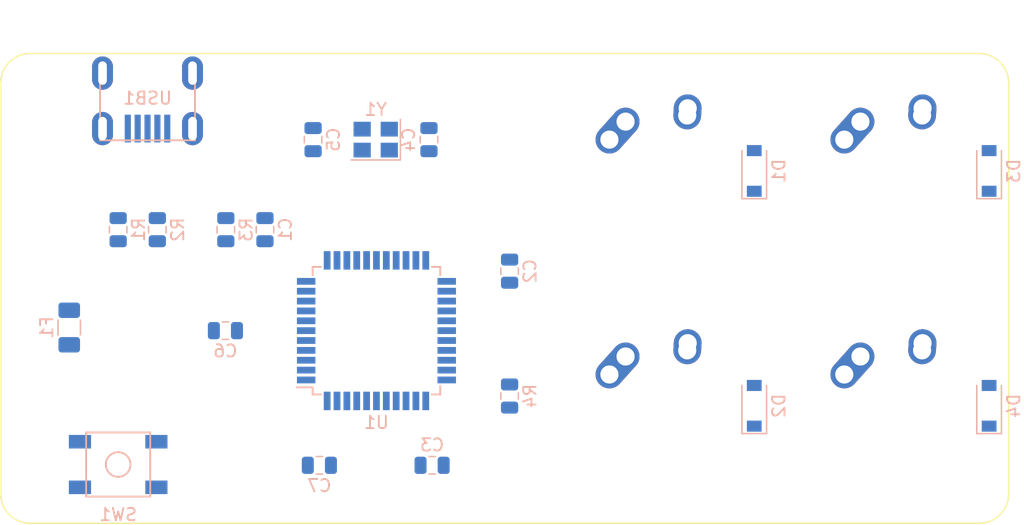
<source format=kicad_pcb>
(kicad_pcb (version 20171130) (host pcbnew "(5.1.4)-1")

  (general
    (thickness 1.6)
    (drawings 8)
    (tracks 0)
    (zones 0)
    (modules 24)
    (nets 49)
  )

  (page A4)
  (layers
    (0 F.Cu signal)
    (31 B.Cu signal)
    (32 B.Adhes user)
    (33 F.Adhes user)
    (34 B.Paste user)
    (35 F.Paste user)
    (36 B.SilkS user)
    (37 F.SilkS user)
    (38 B.Mask user)
    (39 F.Mask user)
    (40 Dwgs.User user)
    (41 Cmts.User user)
    (42 Eco1.User user)
    (43 Eco2.User user)
    (44 Edge.Cuts user)
    (45 Margin user)
    (46 B.CrtYd user)
    (47 F.CrtYd user)
    (48 B.Fab user)
    (49 F.Fab user)
  )

  (setup
    (last_trace_width 0.25)
    (trace_clearance 0.2)
    (zone_clearance 0.508)
    (zone_45_only no)
    (trace_min 0.2)
    (via_size 0.8)
    (via_drill 0.4)
    (via_min_size 0.4)
    (via_min_drill 0.3)
    (uvia_size 0.3)
    (uvia_drill 0.1)
    (uvias_allowed no)
    (uvia_min_size 0.2)
    (uvia_min_drill 0.1)
    (edge_width 0.05)
    (segment_width 0.2)
    (pcb_text_width 0.3)
    (pcb_text_size 1.5 1.5)
    (mod_edge_width 0.12)
    (mod_text_size 1 1)
    (mod_text_width 0.15)
    (pad_size 1.524 1.524)
    (pad_drill 0.762)
    (pad_to_mask_clearance 0.051)
    (solder_mask_min_width 0.25)
    (aux_axis_origin 0 0)
    (visible_elements FFFFFF7F)
    (pcbplotparams
      (layerselection 0x010fc_ffffffff)
      (usegerberextensions false)
      (usegerberattributes false)
      (usegerberadvancedattributes false)
      (creategerberjobfile false)
      (excludeedgelayer true)
      (linewidth 0.100000)
      (plotframeref false)
      (viasonmask false)
      (mode 1)
      (useauxorigin false)
      (hpglpennumber 1)
      (hpglpenspeed 20)
      (hpglpendiameter 15.000000)
      (psnegative false)
      (psa4output false)
      (plotreference true)
      (plotvalue true)
      (plotinvisibletext false)
      (padsonsilk false)
      (subtractmaskfromsilk false)
      (outputformat 1)
      (mirror false)
      (drillshape 1)
      (scaleselection 1)
      (outputdirectory ""))
  )

  (net 0 "")
  (net 1 GND)
  (net 2 +5V)
  (net 3 "Net-(C4-Pad2)")
  (net 4 "Net-(C5-Pad2)")
  (net 5 "Net-(C6-Pad1)")
  (net 6 "Net-(D1-Pad2)")
  (net 7 ROW0)
  (net 8 "Net-(D2-Pad2)")
  (net 9 ROW1)
  (net 10 "Net-(D3-Pad2)")
  (net 11 "Net-(D4-Pad2)")
  (net 12 VCC)
  (net 13 COL0)
  (net 14 COL1)
  (net 15 D-)
  (net 16 "Net-(R1-Pad1)")
  (net 17 D+)
  (net 18 "Net-(R2-Pad1)")
  (net 19 "Net-(R3-Pad2)")
  (net 20 "Net-(R4-Pad2)")
  (net 21 "Net-(U1-Pad42)")
  (net 22 "Net-(U1-Pad41)")
  (net 23 "Net-(U1-Pad40)")
  (net 24 "Net-(U1-Pad39)")
  (net 25 "Net-(U1-Pad38)")
  (net 26 "Net-(U1-Pad37)")
  (net 27 "Net-(U1-Pad36)")
  (net 28 "Net-(U1-Pad32)")
  (net 29 "Net-(U1-Pad31)")
  (net 30 "Net-(U1-Pad30)")
  (net 31 "Net-(U1-Pad29)")
  (net 32 "Net-(U1-Pad28)")
  (net 33 "Net-(U1-Pad27)")
  (net 34 "Net-(U1-Pad26)")
  (net 35 "Net-(U1-Pad25)")
  (net 36 "Net-(U1-Pad22)")
  (net 37 "Net-(U1-Pad21)")
  (net 38 "Net-(U1-Pad20)")
  (net 39 "Net-(U1-Pad19)")
  (net 40 "Net-(U1-Pad18)")
  (net 41 "Net-(U1-Pad12)")
  (net 42 "Net-(U1-Pad11)")
  (net 43 "Net-(U1-Pad10)")
  (net 44 "Net-(U1-Pad9)")
  (net 45 "Net-(U1-Pad8)")
  (net 46 "Net-(U1-Pad1)")
  (net 47 "Net-(USB1-Pad6)")
  (net 48 "Net-(USB1-Pad2)")

  (net_class Default "This is the default net class."
    (clearance 0.2)
    (trace_width 0.25)
    (via_dia 0.8)
    (via_drill 0.4)
    (uvia_dia 0.3)
    (uvia_drill 0.1)
    (add_net +5V)
    (add_net COL0)
    (add_net COL1)
    (add_net D+)
    (add_net D-)
    (add_net GND)
    (add_net "Net-(C4-Pad2)")
    (add_net "Net-(C5-Pad2)")
    (add_net "Net-(C6-Pad1)")
    (add_net "Net-(D1-Pad2)")
    (add_net "Net-(D2-Pad2)")
    (add_net "Net-(D3-Pad2)")
    (add_net "Net-(D4-Pad2)")
    (add_net "Net-(R1-Pad1)")
    (add_net "Net-(R2-Pad1)")
    (add_net "Net-(R3-Pad2)")
    (add_net "Net-(R4-Pad2)")
    (add_net "Net-(U1-Pad1)")
    (add_net "Net-(U1-Pad10)")
    (add_net "Net-(U1-Pad11)")
    (add_net "Net-(U1-Pad12)")
    (add_net "Net-(U1-Pad18)")
    (add_net "Net-(U1-Pad19)")
    (add_net "Net-(U1-Pad20)")
    (add_net "Net-(U1-Pad21)")
    (add_net "Net-(U1-Pad22)")
    (add_net "Net-(U1-Pad25)")
    (add_net "Net-(U1-Pad26)")
    (add_net "Net-(U1-Pad27)")
    (add_net "Net-(U1-Pad28)")
    (add_net "Net-(U1-Pad29)")
    (add_net "Net-(U1-Pad30)")
    (add_net "Net-(U1-Pad31)")
    (add_net "Net-(U1-Pad32)")
    (add_net "Net-(U1-Pad36)")
    (add_net "Net-(U1-Pad37)")
    (add_net "Net-(U1-Pad38)")
    (add_net "Net-(U1-Pad39)")
    (add_net "Net-(U1-Pad40)")
    (add_net "Net-(U1-Pad41)")
    (add_net "Net-(U1-Pad42)")
    (add_net "Net-(U1-Pad8)")
    (add_net "Net-(U1-Pad9)")
    (add_net "Net-(USB1-Pad2)")
    (add_net "Net-(USB1-Pad6)")
    (add_net ROW0)
    (add_net ROW1)
    (add_net VCC)
  )

  (module Crystal:Crystal_SMD_3225-4Pin_3.2x2.5mm (layer B.Cu) (tedit 5A0FD1B2) (tstamp 61B6E266)
    (at 51.84775 78.4225 180)
    (descr "SMD Crystal SERIES SMD3225/4 http://www.txccrystal.com/images/pdf/7m-accuracy.pdf, 3.2x2.5mm^2 package")
    (tags "SMD SMT crystal")
    (path /61B76C25)
    (attr smd)
    (fp_text reference Y1 (at 0 2.45) (layer B.SilkS)
      (effects (font (size 1 1) (thickness 0.15)) (justify mirror))
    )
    (fp_text value 16MHz (at 0 -2.45) (layer B.Fab)
      (effects (font (size 1 1) (thickness 0.15)) (justify mirror))
    )
    (fp_line (start 2.1 1.7) (end -2.1 1.7) (layer B.CrtYd) (width 0.05))
    (fp_line (start 2.1 -1.7) (end 2.1 1.7) (layer B.CrtYd) (width 0.05))
    (fp_line (start -2.1 -1.7) (end 2.1 -1.7) (layer B.CrtYd) (width 0.05))
    (fp_line (start -2.1 1.7) (end -2.1 -1.7) (layer B.CrtYd) (width 0.05))
    (fp_line (start -2 -1.65) (end 2 -1.65) (layer B.SilkS) (width 0.12))
    (fp_line (start -2 1.65) (end -2 -1.65) (layer B.SilkS) (width 0.12))
    (fp_line (start -1.6 -0.25) (end -0.6 -1.25) (layer B.Fab) (width 0.1))
    (fp_line (start 1.6 1.25) (end -1.6 1.25) (layer B.Fab) (width 0.1))
    (fp_line (start 1.6 -1.25) (end 1.6 1.25) (layer B.Fab) (width 0.1))
    (fp_line (start -1.6 -1.25) (end 1.6 -1.25) (layer B.Fab) (width 0.1))
    (fp_line (start -1.6 1.25) (end -1.6 -1.25) (layer B.Fab) (width 0.1))
    (fp_text user %R (at 0 0) (layer B.Fab)
      (effects (font (size 0.7 0.7) (thickness 0.105)) (justify mirror))
    )
    (pad 4 smd rect (at -1.1 0.85 180) (size 1.4 1.2) (layers B.Cu B.Paste B.Mask)
      (net 1 GND))
    (pad 3 smd rect (at 1.1 0.85 180) (size 1.4 1.2) (layers B.Cu B.Paste B.Mask)
      (net 4 "Net-(C5-Pad2)"))
    (pad 2 smd rect (at 1.1 -0.85 180) (size 1.4 1.2) (layers B.Cu B.Paste B.Mask)
      (net 1 GND))
    (pad 1 smd rect (at -1.1 -0.85 180) (size 1.4 1.2) (layers B.Cu B.Paste B.Mask)
      (net 3 "Net-(C4-Pad2)"))
    (model ${KISYS3DMOD}/Crystal.3dshapes/Crystal_SMD_3225-4Pin_3.2x2.5mm.wrl
      (at (xyz 0 0 0))
      (scale (xyz 1 1 1))
      (rotate (xyz 0 0 0))
    )
  )

  (module random-keyboard-parts:Molex-0548190589 (layer B.Cu) (tedit 5C494815) (tstamp 61B6E252)
    (at 33.3375 73.025 270)
    (path /61B5ADF8)
    (attr smd)
    (fp_text reference USB1 (at 2.032 0 180) (layer B.SilkS)
      (effects (font (size 1 1) (thickness 0.15)) (justify mirror))
    )
    (fp_text value Molex-0548190589 (at -5.08 0 180) (layer Dwgs.User)
      (effects (font (size 1 1) (thickness 0.15)))
    )
    (fp_text user %R (at 2 0 180) (layer B.CrtYd)
      (effects (font (size 1 1) (thickness 0.15)) (justify mirror))
    )
    (fp_line (start 3.25 1.25) (end 5.5 1.25) (layer B.CrtYd) (width 0.15))
    (fp_line (start 5.5 0.5) (end 3.25 0.5) (layer B.CrtYd) (width 0.15))
    (fp_line (start 3.25 -0.5) (end 5.5 -0.5) (layer B.CrtYd) (width 0.15))
    (fp_line (start 5.5 -1.25) (end 3.25 -1.25) (layer B.CrtYd) (width 0.15))
    (fp_line (start 3.25 -2) (end 5.5 -2) (layer B.CrtYd) (width 0.15))
    (fp_line (start 3.25 2) (end 3.25 -2) (layer B.CrtYd) (width 0.15))
    (fp_line (start 5.5 2) (end 3.25 2) (layer B.CrtYd) (width 0.15))
    (fp_line (start -3.75 -3.75) (end -3.75 3.75) (layer B.CrtYd) (width 0.15))
    (fp_line (start 5.5 -3.75) (end -3.75 -3.75) (layer B.CrtYd) (width 0.15))
    (fp_line (start 5.5 3.75) (end 5.5 -3.75) (layer B.CrtYd) (width 0.15))
    (fp_line (start -3.75 3.75) (end 5.5 3.75) (layer B.CrtYd) (width 0.15))
    (fp_line (start 0 3.85) (end 5.45 3.85) (layer B.SilkS) (width 0.15))
    (fp_line (start 0 -3.85) (end 5.45 -3.85) (layer B.SilkS) (width 0.15))
    (fp_line (start 5.45 3.85) (end 5.45 -3.85) (layer B.SilkS) (width 0.15))
    (fp_line (start -3.75 3.85) (end 0 3.85) (layer Dwgs.User) (width 0.15))
    (fp_line (start -3.75 -3.85) (end 0 -3.85) (layer Dwgs.User) (width 0.15))
    (fp_line (start -1.75 4.572) (end -1.75 -4.572) (layer Dwgs.User) (width 0.15))
    (fp_line (start -3.75 3.85) (end -3.75 -3.85) (layer Dwgs.User) (width 0.15))
    (pad 6 thru_hole oval (at 0 3.65 270) (size 2.7 1.7) (drill oval 1.9 0.7) (layers *.Cu *.Mask)
      (net 47 "Net-(USB1-Pad6)"))
    (pad 6 thru_hole oval (at 0 -3.65 270) (size 2.7 1.7) (drill oval 1.9 0.7) (layers *.Cu *.Mask)
      (net 47 "Net-(USB1-Pad6)"))
    (pad 6 thru_hole oval (at 4.5 -3.65 270) (size 2.7 1.7) (drill oval 1.9 0.7) (layers *.Cu *.Mask)
      (net 47 "Net-(USB1-Pad6)"))
    (pad 6 thru_hole oval (at 4.5 3.65 270) (size 2.7 1.7) (drill oval 1.9 0.7) (layers *.Cu *.Mask)
      (net 47 "Net-(USB1-Pad6)"))
    (pad 5 smd rect (at 4.5 1.6 270) (size 2.25 0.5) (layers B.Cu B.Paste B.Mask)
      (net 12 VCC))
    (pad 4 smd rect (at 4.5 0.8 270) (size 2.25 0.5) (layers B.Cu B.Paste B.Mask)
      (net 15 D-))
    (pad 3 smd rect (at 4.5 0 270) (size 2.25 0.5) (layers B.Cu B.Paste B.Mask)
      (net 17 D+))
    (pad 2 smd rect (at 4.5 -0.8 270) (size 2.25 0.5) (layers B.Cu B.Paste B.Mask)
      (net 48 "Net-(USB1-Pad2)"))
    (pad 1 smd rect (at 4.5 -1.6 270) (size 2.25 0.5) (layers B.Cu B.Paste B.Mask)
      (net 1 GND))
  )

  (module Package_QFP:TQFP-44_10x10mm_P0.8mm (layer B.Cu) (tedit 5A02F146) (tstamp 61B6E232)
    (at 51.90575 93.9165)
    (descr "44-Lead Plastic Thin Quad Flatpack (PT) - 10x10x1.0 mm Body [TQFP] (see Microchip Packaging Specification 00000049BS.pdf)")
    (tags "QFP 0.8")
    (path /61B562CB)
    (attr smd)
    (fp_text reference U1 (at 0 7.45) (layer B.SilkS)
      (effects (font (size 1 1) (thickness 0.15)) (justify mirror))
    )
    (fp_text value ATmega32U4-AU (at 0 -7.45) (layer B.Fab)
      (effects (font (size 1 1) (thickness 0.15)) (justify mirror))
    )
    (fp_line (start -5.175 4.6) (end -6.45 4.6) (layer B.SilkS) (width 0.15))
    (fp_line (start 5.175 5.175) (end 4.5 5.175) (layer B.SilkS) (width 0.15))
    (fp_line (start 5.175 -5.175) (end 4.5 -5.175) (layer B.SilkS) (width 0.15))
    (fp_line (start -5.175 -5.175) (end -4.5 -5.175) (layer B.SilkS) (width 0.15))
    (fp_line (start -5.175 5.175) (end -4.5 5.175) (layer B.SilkS) (width 0.15))
    (fp_line (start -5.175 -5.175) (end -5.175 -4.5) (layer B.SilkS) (width 0.15))
    (fp_line (start 5.175 -5.175) (end 5.175 -4.5) (layer B.SilkS) (width 0.15))
    (fp_line (start 5.175 5.175) (end 5.175 4.5) (layer B.SilkS) (width 0.15))
    (fp_line (start -5.175 5.175) (end -5.175 4.6) (layer B.SilkS) (width 0.15))
    (fp_line (start -6.7 -6.7) (end 6.7 -6.7) (layer B.CrtYd) (width 0.05))
    (fp_line (start -6.7 6.7) (end 6.7 6.7) (layer B.CrtYd) (width 0.05))
    (fp_line (start 6.7 6.7) (end 6.7 -6.7) (layer B.CrtYd) (width 0.05))
    (fp_line (start -6.7 6.7) (end -6.7 -6.7) (layer B.CrtYd) (width 0.05))
    (fp_line (start -5 4) (end -4 5) (layer B.Fab) (width 0.15))
    (fp_line (start -5 -5) (end -5 4) (layer B.Fab) (width 0.15))
    (fp_line (start 5 -5) (end -5 -5) (layer B.Fab) (width 0.15))
    (fp_line (start 5 5) (end 5 -5) (layer B.Fab) (width 0.15))
    (fp_line (start -4 5) (end 5 5) (layer B.Fab) (width 0.15))
    (fp_text user %R (at 0 0) (layer B.Fab)
      (effects (font (size 1 1) (thickness 0.15)) (justify mirror))
    )
    (pad 44 smd rect (at -4 5.7 270) (size 1.5 0.55) (layers B.Cu B.Paste B.Mask)
      (net 2 +5V))
    (pad 43 smd rect (at -3.2 5.7 270) (size 1.5 0.55) (layers B.Cu B.Paste B.Mask)
      (net 1 GND))
    (pad 42 smd rect (at -2.4 5.7 270) (size 1.5 0.55) (layers B.Cu B.Paste B.Mask)
      (net 21 "Net-(U1-Pad42)"))
    (pad 41 smd rect (at -1.6 5.7 270) (size 1.5 0.55) (layers B.Cu B.Paste B.Mask)
      (net 22 "Net-(U1-Pad41)"))
    (pad 40 smd rect (at -0.8 5.7 270) (size 1.5 0.55) (layers B.Cu B.Paste B.Mask)
      (net 23 "Net-(U1-Pad40)"))
    (pad 39 smd rect (at 0 5.7 270) (size 1.5 0.55) (layers B.Cu B.Paste B.Mask)
      (net 24 "Net-(U1-Pad39)"))
    (pad 38 smd rect (at 0.8 5.7 270) (size 1.5 0.55) (layers B.Cu B.Paste B.Mask)
      (net 25 "Net-(U1-Pad38)"))
    (pad 37 smd rect (at 1.6 5.7 270) (size 1.5 0.55) (layers B.Cu B.Paste B.Mask)
      (net 26 "Net-(U1-Pad37)"))
    (pad 36 smd rect (at 2.4 5.7 270) (size 1.5 0.55) (layers B.Cu B.Paste B.Mask)
      (net 27 "Net-(U1-Pad36)"))
    (pad 35 smd rect (at 3.2 5.7 270) (size 1.5 0.55) (layers B.Cu B.Paste B.Mask)
      (net 1 GND))
    (pad 34 smd rect (at 4 5.7 270) (size 1.5 0.55) (layers B.Cu B.Paste B.Mask)
      (net 2 +5V))
    (pad 33 smd rect (at 5.7 4) (size 1.5 0.55) (layers B.Cu B.Paste B.Mask)
      (net 20 "Net-(R4-Pad2)"))
    (pad 32 smd rect (at 5.7 3.2) (size 1.5 0.55) (layers B.Cu B.Paste B.Mask)
      (net 28 "Net-(U1-Pad32)"))
    (pad 31 smd rect (at 5.7 2.4) (size 1.5 0.55) (layers B.Cu B.Paste B.Mask)
      (net 29 "Net-(U1-Pad31)"))
    (pad 30 smd rect (at 5.7 1.6) (size 1.5 0.55) (layers B.Cu B.Paste B.Mask)
      (net 30 "Net-(U1-Pad30)"))
    (pad 29 smd rect (at 5.7 0.8) (size 1.5 0.55) (layers B.Cu B.Paste B.Mask)
      (net 31 "Net-(U1-Pad29)"))
    (pad 28 smd rect (at 5.7 0) (size 1.5 0.55) (layers B.Cu B.Paste B.Mask)
      (net 32 "Net-(U1-Pad28)"))
    (pad 27 smd rect (at 5.7 -0.8) (size 1.5 0.55) (layers B.Cu B.Paste B.Mask)
      (net 33 "Net-(U1-Pad27)"))
    (pad 26 smd rect (at 5.7 -1.6) (size 1.5 0.55) (layers B.Cu B.Paste B.Mask)
      (net 34 "Net-(U1-Pad26)"))
    (pad 25 smd rect (at 5.7 -2.4) (size 1.5 0.55) (layers B.Cu B.Paste B.Mask)
      (net 35 "Net-(U1-Pad25)"))
    (pad 24 smd rect (at 5.7 -3.2) (size 1.5 0.55) (layers B.Cu B.Paste B.Mask)
      (net 2 +5V))
    (pad 23 smd rect (at 5.7 -4) (size 1.5 0.55) (layers B.Cu B.Paste B.Mask)
      (net 1 GND))
    (pad 22 smd rect (at 4 -5.7 270) (size 1.5 0.55) (layers B.Cu B.Paste B.Mask)
      (net 36 "Net-(U1-Pad22)"))
    (pad 21 smd rect (at 3.2 -5.7 270) (size 1.5 0.55) (layers B.Cu B.Paste B.Mask)
      (net 37 "Net-(U1-Pad21)"))
    (pad 20 smd rect (at 2.4 -5.7 270) (size 1.5 0.55) (layers B.Cu B.Paste B.Mask)
      (net 38 "Net-(U1-Pad20)"))
    (pad 19 smd rect (at 1.6 -5.7 270) (size 1.5 0.55) (layers B.Cu B.Paste B.Mask)
      (net 39 "Net-(U1-Pad19)"))
    (pad 18 smd rect (at 0.8 -5.7 270) (size 1.5 0.55) (layers B.Cu B.Paste B.Mask)
      (net 40 "Net-(U1-Pad18)"))
    (pad 17 smd rect (at 0 -5.7 270) (size 1.5 0.55) (layers B.Cu B.Paste B.Mask)
      (net 3 "Net-(C4-Pad2)"))
    (pad 16 smd rect (at -0.8 -5.7 270) (size 1.5 0.55) (layers B.Cu B.Paste B.Mask)
      (net 4 "Net-(C5-Pad2)"))
    (pad 15 smd rect (at -1.6 -5.7 270) (size 1.5 0.55) (layers B.Cu B.Paste B.Mask)
      (net 1 GND))
    (pad 14 smd rect (at -2.4 -5.7 270) (size 1.5 0.55) (layers B.Cu B.Paste B.Mask)
      (net 2 +5V))
    (pad 13 smd rect (at -3.2 -5.7 270) (size 1.5 0.55) (layers B.Cu B.Paste B.Mask)
      (net 19 "Net-(R3-Pad2)"))
    (pad 12 smd rect (at -4 -5.7 270) (size 1.5 0.55) (layers B.Cu B.Paste B.Mask)
      (net 41 "Net-(U1-Pad12)"))
    (pad 11 smd rect (at -5.7 -4) (size 1.5 0.55) (layers B.Cu B.Paste B.Mask)
      (net 42 "Net-(U1-Pad11)"))
    (pad 10 smd rect (at -5.7 -3.2) (size 1.5 0.55) (layers B.Cu B.Paste B.Mask)
      (net 43 "Net-(U1-Pad10)"))
    (pad 9 smd rect (at -5.7 -2.4) (size 1.5 0.55) (layers B.Cu B.Paste B.Mask)
      (net 44 "Net-(U1-Pad9)"))
    (pad 8 smd rect (at -5.7 -1.6) (size 1.5 0.55) (layers B.Cu B.Paste B.Mask)
      (net 45 "Net-(U1-Pad8)"))
    (pad 7 smd rect (at -5.7 -0.8) (size 1.5 0.55) (layers B.Cu B.Paste B.Mask)
      (net 2 +5V))
    (pad 6 smd rect (at -5.7 0) (size 1.5 0.55) (layers B.Cu B.Paste B.Mask)
      (net 5 "Net-(C6-Pad1)"))
    (pad 5 smd rect (at -5.7 0.8) (size 1.5 0.55) (layers B.Cu B.Paste B.Mask)
      (net 1 GND))
    (pad 4 smd rect (at -5.7 1.6) (size 1.5 0.55) (layers B.Cu B.Paste B.Mask)
      (net 18 "Net-(R2-Pad1)"))
    (pad 3 smd rect (at -5.7 2.4) (size 1.5 0.55) (layers B.Cu B.Paste B.Mask)
      (net 16 "Net-(R1-Pad1)"))
    (pad 2 smd rect (at -5.7 3.2) (size 1.5 0.55) (layers B.Cu B.Paste B.Mask)
      (net 2 +5V))
    (pad 1 smd rect (at -5.7 4) (size 1.5 0.55) (layers B.Cu B.Paste B.Mask)
      (net 46 "Net-(U1-Pad1)"))
    (model ${KISYS3DMOD}/Package_QFP.3dshapes/TQFP-44_10x10mm_P0.8mm.wrl
      (at (xyz 0 0 0))
      (scale (xyz 1 1 1))
      (rotate (xyz 0 0 0))
    )
  )

  (module random-keyboard-parts:SKQG-1155865 (layer B.Cu) (tedit 5E62B398) (tstamp 61B6E1EF)
    (at 30.95625 104.775 180)
    (path /61B8DD82)
    (attr smd)
    (fp_text reference SW1 (at 0 -4.064) (layer B.SilkS)
      (effects (font (size 1 1) (thickness 0.15)) (justify mirror))
    )
    (fp_text value SW_Push (at 0 4.064) (layer B.Fab)
      (effects (font (size 1 1) (thickness 0.15)) (justify mirror))
    )
    (fp_line (start -2.6 2.6) (end 2.6 2.6) (layer B.SilkS) (width 0.15))
    (fp_line (start 2.6 2.6) (end 2.6 -2.6) (layer B.SilkS) (width 0.15))
    (fp_line (start 2.6 -2.6) (end -2.6 -2.6) (layer B.SilkS) (width 0.15))
    (fp_line (start -2.6 -2.6) (end -2.6 2.6) (layer B.SilkS) (width 0.15))
    (fp_circle (center 0 0) (end 1 0) (layer B.SilkS) (width 0.15))
    (fp_line (start -4.2 2.6) (end 4.2 2.6) (layer B.Fab) (width 0.15))
    (fp_line (start 4.2 2.6) (end 4.2 1.2) (layer B.Fab) (width 0.15))
    (fp_line (start 4.2 1.1) (end 2.6 1.1) (layer B.Fab) (width 0.15))
    (fp_line (start 2.6 1.1) (end 2.6 -1.1) (layer B.Fab) (width 0.15))
    (fp_line (start 2.6 -1.1) (end 4.2 -1.1) (layer B.Fab) (width 0.15))
    (fp_line (start 4.2 -1.1) (end 4.2 -2.6) (layer B.Fab) (width 0.15))
    (fp_line (start 4.2 -2.6) (end -4.2 -2.6) (layer B.Fab) (width 0.15))
    (fp_line (start -4.2 -2.6) (end -4.2 -1.1) (layer B.Fab) (width 0.15))
    (fp_line (start -4.2 -1.1) (end -2.6 -1.1) (layer B.Fab) (width 0.15))
    (fp_line (start -2.6 -1.1) (end -2.6 1.1) (layer B.Fab) (width 0.15))
    (fp_line (start -2.6 1.1) (end -4.2 1.1) (layer B.Fab) (width 0.15))
    (fp_line (start -4.2 1.1) (end -4.2 2.6) (layer B.Fab) (width 0.15))
    (fp_circle (center 0 0) (end 1 0) (layer B.Fab) (width 0.15))
    (fp_line (start -2.6 1.1) (end -1.1 2.6) (layer B.Fab) (width 0.15))
    (fp_line (start 2.6 1.1) (end 1.1 2.6) (layer B.Fab) (width 0.15))
    (fp_line (start 2.6 -1.1) (end 1.1 -2.6) (layer B.Fab) (width 0.15))
    (fp_line (start -2.6 -1.1) (end -1.1 -2.6) (layer B.Fab) (width 0.15))
    (pad 4 smd rect (at -3.1 -1.85 180) (size 1.8 1.1) (layers B.Cu B.Paste B.Mask))
    (pad 3 smd rect (at 3.1 1.85 180) (size 1.8 1.1) (layers B.Cu B.Paste B.Mask))
    (pad 2 smd rect (at -3.1 1.85 180) (size 1.8 1.1) (layers B.Cu B.Paste B.Mask)
      (net 19 "Net-(R3-Pad2)"))
    (pad 1 smd rect (at 3.1 -1.85 180) (size 1.8 1.1) (layers B.Cu B.Paste B.Mask)
      (net 1 GND))
    (model ${KISYS3DMOD}/Button_Switch_SMD.3dshapes/SW_SPST_TL3342.step
      (at (xyz 0 0 0))
      (scale (xyz 1 1 1))
      (rotate (xyz 0 0 0))
    )
  )

  (module Resistor_SMD:R_0805_2012Metric (layer B.Cu) (tedit 5B36C52B) (tstamp 61B6E1D1)
    (at 62.70625 99.21875 90)
    (descr "Resistor SMD 0805 (2012 Metric), square (rectangular) end terminal, IPC_7351 nominal, (Body size source: https://docs.google.com/spreadsheets/d/1BsfQQcO9C6DZCsRaXUlFlo91Tg2WpOkGARC1WS5S8t0/edit?usp=sharing), generated with kicad-footprint-generator")
    (tags resistor)
    (path /61B5C98A)
    (attr smd)
    (fp_text reference R4 (at 0 1.65 90) (layer B.SilkS)
      (effects (font (size 1 1) (thickness 0.15)) (justify mirror))
    )
    (fp_text value 10k (at 0 -1.65 90) (layer B.Fab)
      (effects (font (size 1 1) (thickness 0.15)) (justify mirror))
    )
    (fp_text user %R (at 0 0 90) (layer B.Fab)
      (effects (font (size 0.5 0.5) (thickness 0.08)) (justify mirror))
    )
    (fp_line (start 1.68 -0.95) (end -1.68 -0.95) (layer B.CrtYd) (width 0.05))
    (fp_line (start 1.68 0.95) (end 1.68 -0.95) (layer B.CrtYd) (width 0.05))
    (fp_line (start -1.68 0.95) (end 1.68 0.95) (layer B.CrtYd) (width 0.05))
    (fp_line (start -1.68 -0.95) (end -1.68 0.95) (layer B.CrtYd) (width 0.05))
    (fp_line (start -0.258578 -0.71) (end 0.258578 -0.71) (layer B.SilkS) (width 0.12))
    (fp_line (start -0.258578 0.71) (end 0.258578 0.71) (layer B.SilkS) (width 0.12))
    (fp_line (start 1 -0.6) (end -1 -0.6) (layer B.Fab) (width 0.1))
    (fp_line (start 1 0.6) (end 1 -0.6) (layer B.Fab) (width 0.1))
    (fp_line (start -1 0.6) (end 1 0.6) (layer B.Fab) (width 0.1))
    (fp_line (start -1 -0.6) (end -1 0.6) (layer B.Fab) (width 0.1))
    (pad 2 smd roundrect (at 0.9375 0 90) (size 0.975 1.4) (layers B.Cu B.Paste B.Mask) (roundrect_rratio 0.25)
      (net 20 "Net-(R4-Pad2)"))
    (pad 1 smd roundrect (at -0.9375 0 90) (size 0.975 1.4) (layers B.Cu B.Paste B.Mask) (roundrect_rratio 0.25)
      (net 1 GND))
    (model ${KISYS3DMOD}/Resistor_SMD.3dshapes/R_0805_2012Metric.wrl
      (at (xyz 0 0 0))
      (scale (xyz 1 1 1))
      (rotate (xyz 0 0 0))
    )
  )

  (module Resistor_SMD:R_0805_2012Metric (layer B.Cu) (tedit 5B36C52B) (tstamp 61B6E1C0)
    (at 39.6875 85.725 90)
    (descr "Resistor SMD 0805 (2012 Metric), square (rectangular) end terminal, IPC_7351 nominal, (Body size source: https://docs.google.com/spreadsheets/d/1BsfQQcO9C6DZCsRaXUlFlo91Tg2WpOkGARC1WS5S8t0/edit?usp=sharing), generated with kicad-footprint-generator")
    (tags resistor)
    (path /61B90E9D)
    (attr smd)
    (fp_text reference R3 (at 0 1.65 270) (layer B.SilkS)
      (effects (font (size 1 1) (thickness 0.15)) (justify mirror))
    )
    (fp_text value 10k (at 0 -1.65 270) (layer B.Fab)
      (effects (font (size 1 1) (thickness 0.15)) (justify mirror))
    )
    (fp_text user %R (at 0 0 270) (layer B.Fab)
      (effects (font (size 0.5 0.5) (thickness 0.08)) (justify mirror))
    )
    (fp_line (start 1.68 -0.95) (end -1.68 -0.95) (layer B.CrtYd) (width 0.05))
    (fp_line (start 1.68 0.95) (end 1.68 -0.95) (layer B.CrtYd) (width 0.05))
    (fp_line (start -1.68 0.95) (end 1.68 0.95) (layer B.CrtYd) (width 0.05))
    (fp_line (start -1.68 -0.95) (end -1.68 0.95) (layer B.CrtYd) (width 0.05))
    (fp_line (start -0.258578 -0.71) (end 0.258578 -0.71) (layer B.SilkS) (width 0.12))
    (fp_line (start -0.258578 0.71) (end 0.258578 0.71) (layer B.SilkS) (width 0.12))
    (fp_line (start 1 -0.6) (end -1 -0.6) (layer B.Fab) (width 0.1))
    (fp_line (start 1 0.6) (end 1 -0.6) (layer B.Fab) (width 0.1))
    (fp_line (start -1 0.6) (end 1 0.6) (layer B.Fab) (width 0.1))
    (fp_line (start -1 -0.6) (end -1 0.6) (layer B.Fab) (width 0.1))
    (pad 2 smd roundrect (at 0.9375 0 90) (size 0.975 1.4) (layers B.Cu B.Paste B.Mask) (roundrect_rratio 0.25)
      (net 19 "Net-(R3-Pad2)"))
    (pad 1 smd roundrect (at -0.9375 0 90) (size 0.975 1.4) (layers B.Cu B.Paste B.Mask) (roundrect_rratio 0.25)
      (net 2 +5V))
    (model ${KISYS3DMOD}/Resistor_SMD.3dshapes/R_0805_2012Metric.wrl
      (at (xyz 0 0 0))
      (scale (xyz 1 1 1))
      (rotate (xyz 0 0 0))
    )
  )

  (module Resistor_SMD:R_0805_2012Metric (layer B.Cu) (tedit 5B36C52B) (tstamp 61B6E1AF)
    (at 34.13125 85.725 90)
    (descr "Resistor SMD 0805 (2012 Metric), square (rectangular) end terminal, IPC_7351 nominal, (Body size source: https://docs.google.com/spreadsheets/d/1BsfQQcO9C6DZCsRaXUlFlo91Tg2WpOkGARC1WS5S8t0/edit?usp=sharing), generated with kicad-footprint-generator")
    (tags resistor)
    (path /61B5EC49)
    (attr smd)
    (fp_text reference R2 (at 0 1.65 90) (layer B.SilkS)
      (effects (font (size 1 1) (thickness 0.15)) (justify mirror))
    )
    (fp_text value 22 (at 0 -1.65 90) (layer B.Fab)
      (effects (font (size 1 1) (thickness 0.15)) (justify mirror))
    )
    (fp_text user %R (at 0 0 90) (layer B.Fab)
      (effects (font (size 0.5 0.5) (thickness 0.08)) (justify mirror))
    )
    (fp_line (start 1.68 -0.95) (end -1.68 -0.95) (layer B.CrtYd) (width 0.05))
    (fp_line (start 1.68 0.95) (end 1.68 -0.95) (layer B.CrtYd) (width 0.05))
    (fp_line (start -1.68 0.95) (end 1.68 0.95) (layer B.CrtYd) (width 0.05))
    (fp_line (start -1.68 -0.95) (end -1.68 0.95) (layer B.CrtYd) (width 0.05))
    (fp_line (start -0.258578 -0.71) (end 0.258578 -0.71) (layer B.SilkS) (width 0.12))
    (fp_line (start -0.258578 0.71) (end 0.258578 0.71) (layer B.SilkS) (width 0.12))
    (fp_line (start 1 -0.6) (end -1 -0.6) (layer B.Fab) (width 0.1))
    (fp_line (start 1 0.6) (end 1 -0.6) (layer B.Fab) (width 0.1))
    (fp_line (start -1 0.6) (end 1 0.6) (layer B.Fab) (width 0.1))
    (fp_line (start -1 -0.6) (end -1 0.6) (layer B.Fab) (width 0.1))
    (pad 2 smd roundrect (at 0.9375 0 90) (size 0.975 1.4) (layers B.Cu B.Paste B.Mask) (roundrect_rratio 0.25)
      (net 17 D+))
    (pad 1 smd roundrect (at -0.9375 0 90) (size 0.975 1.4) (layers B.Cu B.Paste B.Mask) (roundrect_rratio 0.25)
      (net 18 "Net-(R2-Pad1)"))
    (model ${KISYS3DMOD}/Resistor_SMD.3dshapes/R_0805_2012Metric.wrl
      (at (xyz 0 0 0))
      (scale (xyz 1 1 1))
      (rotate (xyz 0 0 0))
    )
  )

  (module Resistor_SMD:R_0805_2012Metric (layer B.Cu) (tedit 5B36C52B) (tstamp 61B6E19E)
    (at 30.95625 85.725 90)
    (descr "Resistor SMD 0805 (2012 Metric), square (rectangular) end terminal, IPC_7351 nominal, (Body size source: https://docs.google.com/spreadsheets/d/1BsfQQcO9C6DZCsRaXUlFlo91Tg2WpOkGARC1WS5S8t0/edit?usp=sharing), generated with kicad-footprint-generator")
    (tags resistor)
    (path /61B617A1)
    (attr smd)
    (fp_text reference R1 (at 0 1.65 90) (layer B.SilkS)
      (effects (font (size 1 1) (thickness 0.15)) (justify mirror))
    )
    (fp_text value 22 (at 0 -1.65 90) (layer B.Fab)
      (effects (font (size 1 1) (thickness 0.15)) (justify mirror))
    )
    (fp_text user %R (at 0 0 90) (layer B.Fab)
      (effects (font (size 0.5 0.5) (thickness 0.08)) (justify mirror))
    )
    (fp_line (start 1.68 -0.95) (end -1.68 -0.95) (layer B.CrtYd) (width 0.05))
    (fp_line (start 1.68 0.95) (end 1.68 -0.95) (layer B.CrtYd) (width 0.05))
    (fp_line (start -1.68 0.95) (end 1.68 0.95) (layer B.CrtYd) (width 0.05))
    (fp_line (start -1.68 -0.95) (end -1.68 0.95) (layer B.CrtYd) (width 0.05))
    (fp_line (start -0.258578 -0.71) (end 0.258578 -0.71) (layer B.SilkS) (width 0.12))
    (fp_line (start -0.258578 0.71) (end 0.258578 0.71) (layer B.SilkS) (width 0.12))
    (fp_line (start 1 -0.6) (end -1 -0.6) (layer B.Fab) (width 0.1))
    (fp_line (start 1 0.6) (end 1 -0.6) (layer B.Fab) (width 0.1))
    (fp_line (start -1 0.6) (end 1 0.6) (layer B.Fab) (width 0.1))
    (fp_line (start -1 -0.6) (end -1 0.6) (layer B.Fab) (width 0.1))
    (pad 2 smd roundrect (at 0.9375 0 90) (size 0.975 1.4) (layers B.Cu B.Paste B.Mask) (roundrect_rratio 0.25)
      (net 15 D-))
    (pad 1 smd roundrect (at -0.9375 0 90) (size 0.975 1.4) (layers B.Cu B.Paste B.Mask) (roundrect_rratio 0.25)
      (net 16 "Net-(R1-Pad1)"))
    (model ${KISYS3DMOD}/Resistor_SMD.3dshapes/R_0805_2012Metric.wrl
      (at (xyz 0 0 0))
      (scale (xyz 1 1 1))
      (rotate (xyz 0 0 0))
    )
  )

  (module MX_Alps_Hybrid:MX-1U-NoLED (layer F.Cu) (tedit 5A9F5203) (tstamp 61B6E18D)
    (at 93.6625 100.0125)
    (path /61B731E6)
    (fp_text reference MX4 (at 0 3.175) (layer Dwgs.User)
      (effects (font (size 1 1) (thickness 0.15)))
    )
    (fp_text value MX-NoLED (at 0 -7.9375) (layer Dwgs.User)
      (effects (font (size 1 1) (thickness 0.15)))
    )
    (fp_line (start -9.525 9.525) (end -9.525 -9.525) (layer Dwgs.User) (width 0.15))
    (fp_line (start 9.525 9.525) (end -9.525 9.525) (layer Dwgs.User) (width 0.15))
    (fp_line (start 9.525 -9.525) (end 9.525 9.525) (layer Dwgs.User) (width 0.15))
    (fp_line (start -9.525 -9.525) (end 9.525 -9.525) (layer Dwgs.User) (width 0.15))
    (fp_line (start -7 -7) (end -7 -5) (layer Dwgs.User) (width 0.15))
    (fp_line (start -5 -7) (end -7 -7) (layer Dwgs.User) (width 0.15))
    (fp_line (start -7 7) (end -5 7) (layer Dwgs.User) (width 0.15))
    (fp_line (start -7 5) (end -7 7) (layer Dwgs.User) (width 0.15))
    (fp_line (start 7 7) (end 7 5) (layer Dwgs.User) (width 0.15))
    (fp_line (start 5 7) (end 7 7) (layer Dwgs.User) (width 0.15))
    (fp_line (start 7 -7) (end 7 -5) (layer Dwgs.User) (width 0.15))
    (fp_line (start 5 -7) (end 7 -7) (layer Dwgs.User) (width 0.15))
    (pad "" np_thru_hole circle (at 5.08 0 48.0996) (size 1.75 1.75) (drill 1.75) (layers *.Cu *.Mask))
    (pad "" np_thru_hole circle (at -5.08 0 48.0996) (size 1.75 1.75) (drill 1.75) (layers *.Cu *.Mask))
    (pad 1 thru_hole circle (at -2.5 -4) (size 2.25 2.25) (drill 1.47) (layers *.Cu B.Mask)
      (net 14 COL1))
    (pad "" np_thru_hole circle (at 0 0) (size 3.9878 3.9878) (drill 3.9878) (layers *.Cu *.Mask))
    (pad 1 thru_hole oval (at -3.81 -2.54 48.0996) (size 4.211556 2.25) (drill 1.47 (offset 0.980778 0)) (layers *.Cu B.Mask)
      (net 14 COL1))
    (pad 2 thru_hole circle (at 2.54 -5.08) (size 2.25 2.25) (drill 1.47) (layers *.Cu B.Mask)
      (net 11 "Net-(D4-Pad2)"))
    (pad 2 thru_hole oval (at 2.5 -4.5 86.0548) (size 2.831378 2.25) (drill 1.47 (offset 0.290689 0)) (layers *.Cu B.Mask)
      (net 11 "Net-(D4-Pad2)"))
  )

  (module MX_Alps_Hybrid:MX-1U-NoLED (layer F.Cu) (tedit 5A9F5203) (tstamp 61B6E176)
    (at 74.6125 100.0125)
    (path /61B7046B)
    (fp_text reference MX3 (at 0 3.175) (layer Dwgs.User)
      (effects (font (size 1 1) (thickness 0.15)))
    )
    (fp_text value MX-NoLED (at 0 -7.9375) (layer Dwgs.User)
      (effects (font (size 1 1) (thickness 0.15)))
    )
    (fp_line (start -9.525 9.525) (end -9.525 -9.525) (layer Dwgs.User) (width 0.15))
    (fp_line (start 9.525 9.525) (end -9.525 9.525) (layer Dwgs.User) (width 0.15))
    (fp_line (start 9.525 -9.525) (end 9.525 9.525) (layer Dwgs.User) (width 0.15))
    (fp_line (start -9.525 -9.525) (end 9.525 -9.525) (layer Dwgs.User) (width 0.15))
    (fp_line (start -7 -7) (end -7 -5) (layer Dwgs.User) (width 0.15))
    (fp_line (start -5 -7) (end -7 -7) (layer Dwgs.User) (width 0.15))
    (fp_line (start -7 7) (end -5 7) (layer Dwgs.User) (width 0.15))
    (fp_line (start -7 5) (end -7 7) (layer Dwgs.User) (width 0.15))
    (fp_line (start 7 7) (end 7 5) (layer Dwgs.User) (width 0.15))
    (fp_line (start 5 7) (end 7 7) (layer Dwgs.User) (width 0.15))
    (fp_line (start 7 -7) (end 7 -5) (layer Dwgs.User) (width 0.15))
    (fp_line (start 5 -7) (end 7 -7) (layer Dwgs.User) (width 0.15))
    (pad "" np_thru_hole circle (at 5.08 0 48.0996) (size 1.75 1.75) (drill 1.75) (layers *.Cu *.Mask))
    (pad "" np_thru_hole circle (at -5.08 0 48.0996) (size 1.75 1.75) (drill 1.75) (layers *.Cu *.Mask))
    (pad 1 thru_hole circle (at -2.5 -4) (size 2.25 2.25) (drill 1.47) (layers *.Cu B.Mask)
      (net 13 COL0))
    (pad "" np_thru_hole circle (at 0 0) (size 3.9878 3.9878) (drill 3.9878) (layers *.Cu *.Mask))
    (pad 1 thru_hole oval (at -3.81 -2.54 48.0996) (size 4.211556 2.25) (drill 1.47 (offset 0.980778 0)) (layers *.Cu B.Mask)
      (net 13 COL0))
    (pad 2 thru_hole circle (at 2.54 -5.08) (size 2.25 2.25) (drill 1.47) (layers *.Cu B.Mask)
      (net 8 "Net-(D2-Pad2)"))
    (pad 2 thru_hole oval (at 2.5 -4.5 86.0548) (size 2.831378 2.25) (drill 1.47 (offset 0.290689 0)) (layers *.Cu B.Mask)
      (net 8 "Net-(D2-Pad2)"))
  )

  (module MX_Alps_Hybrid:MX-1U-NoLED (layer F.Cu) (tedit 5A9F5203) (tstamp 61B6E15F)
    (at 93.6625 80.9625)
    (path /61B6D2F5)
    (fp_text reference MX2 (at 0 3.175) (layer Dwgs.User)
      (effects (font (size 1 1) (thickness 0.15)))
    )
    (fp_text value MX-NoLED (at 0 -7.9375) (layer Dwgs.User)
      (effects (font (size 1 1) (thickness 0.15)))
    )
    (fp_line (start -9.525 9.525) (end -9.525 -9.525) (layer Dwgs.User) (width 0.15))
    (fp_line (start 9.525 9.525) (end -9.525 9.525) (layer Dwgs.User) (width 0.15))
    (fp_line (start 9.525 -9.525) (end 9.525 9.525) (layer Dwgs.User) (width 0.15))
    (fp_line (start -9.525 -9.525) (end 9.525 -9.525) (layer Dwgs.User) (width 0.15))
    (fp_line (start -7 -7) (end -7 -5) (layer Dwgs.User) (width 0.15))
    (fp_line (start -5 -7) (end -7 -7) (layer Dwgs.User) (width 0.15))
    (fp_line (start -7 7) (end -5 7) (layer Dwgs.User) (width 0.15))
    (fp_line (start -7 5) (end -7 7) (layer Dwgs.User) (width 0.15))
    (fp_line (start 7 7) (end 7 5) (layer Dwgs.User) (width 0.15))
    (fp_line (start 5 7) (end 7 7) (layer Dwgs.User) (width 0.15))
    (fp_line (start 7 -7) (end 7 -5) (layer Dwgs.User) (width 0.15))
    (fp_line (start 5 -7) (end 7 -7) (layer Dwgs.User) (width 0.15))
    (pad "" np_thru_hole circle (at 5.08 0 48.0996) (size 1.75 1.75) (drill 1.75) (layers *.Cu *.Mask))
    (pad "" np_thru_hole circle (at -5.08 0 48.0996) (size 1.75 1.75) (drill 1.75) (layers *.Cu *.Mask))
    (pad 1 thru_hole circle (at -2.5 -4) (size 2.25 2.25) (drill 1.47) (layers *.Cu B.Mask)
      (net 14 COL1))
    (pad "" np_thru_hole circle (at 0 0) (size 3.9878 3.9878) (drill 3.9878) (layers *.Cu *.Mask))
    (pad 1 thru_hole oval (at -3.81 -2.54 48.0996) (size 4.211556 2.25) (drill 1.47 (offset 0.980778 0)) (layers *.Cu B.Mask)
      (net 14 COL1))
    (pad 2 thru_hole circle (at 2.54 -5.08) (size 2.25 2.25) (drill 1.47) (layers *.Cu B.Mask)
      (net 10 "Net-(D3-Pad2)"))
    (pad 2 thru_hole oval (at 2.5 -4.5 86.0548) (size 2.831378 2.25) (drill 1.47 (offset 0.290689 0)) (layers *.Cu B.Mask)
      (net 10 "Net-(D3-Pad2)"))
  )

  (module MX_Alps_Hybrid:MX-1U-NoLED (layer F.Cu) (tedit 5A9F5203) (tstamp 61B6E4CA)
    (at 74.6125 80.9625)
    (path /61B6983E)
    (fp_text reference MX1 (at 0 3.175) (layer Dwgs.User)
      (effects (font (size 1 1) (thickness 0.15)))
    )
    (fp_text value MX-NoLED (at 0 -7.9375) (layer Dwgs.User)
      (effects (font (size 1 1) (thickness 0.15)))
    )
    (fp_line (start -9.525 9.525) (end -9.525 -9.525) (layer Dwgs.User) (width 0.15))
    (fp_line (start 9.525 9.525) (end -9.525 9.525) (layer Dwgs.User) (width 0.15))
    (fp_line (start 9.525 -9.525) (end 9.525 9.525) (layer Dwgs.User) (width 0.15))
    (fp_line (start -9.525 -9.525) (end 9.525 -9.525) (layer Dwgs.User) (width 0.15))
    (fp_line (start -7 -7) (end -7 -5) (layer Dwgs.User) (width 0.15))
    (fp_line (start -5 -7) (end -7 -7) (layer Dwgs.User) (width 0.15))
    (fp_line (start -7 7) (end -5 7) (layer Dwgs.User) (width 0.15))
    (fp_line (start -7 5) (end -7 7) (layer Dwgs.User) (width 0.15))
    (fp_line (start 7 7) (end 7 5) (layer Dwgs.User) (width 0.15))
    (fp_line (start 5 7) (end 7 7) (layer Dwgs.User) (width 0.15))
    (fp_line (start 7 -7) (end 7 -5) (layer Dwgs.User) (width 0.15))
    (fp_line (start 5 -7) (end 7 -7) (layer Dwgs.User) (width 0.15))
    (pad "" np_thru_hole circle (at 5.08 0 48.0996) (size 1.75 1.75) (drill 1.75) (layers *.Cu *.Mask))
    (pad "" np_thru_hole circle (at -5.08 0 48.0996) (size 1.75 1.75) (drill 1.75) (layers *.Cu *.Mask))
    (pad 1 thru_hole circle (at -2.5 -4) (size 2.25 2.25) (drill 1.47) (layers *.Cu B.Mask)
      (net 13 COL0))
    (pad "" np_thru_hole circle (at 0 0) (size 3.9878 3.9878) (drill 3.9878) (layers *.Cu *.Mask))
    (pad 1 thru_hole oval (at -3.81 -2.54 48.0996) (size 4.211556 2.25) (drill 1.47 (offset 0.980778 0)) (layers *.Cu B.Mask)
      (net 13 COL0))
    (pad 2 thru_hole circle (at 2.54 -5.08) (size 2.25 2.25) (drill 1.47) (layers *.Cu B.Mask)
      (net 6 "Net-(D1-Pad2)"))
    (pad 2 thru_hole oval (at 2.5 -4.5 86.0548) (size 2.831378 2.25) (drill 1.47 (offset 0.290689 0)) (layers *.Cu B.Mask)
      (net 6 "Net-(D1-Pad2)"))
  )

  (module Fuse:Fuse_1206_3216Metric (layer B.Cu) (tedit 5B301BBE) (tstamp 61B6E131)
    (at 26.9875 93.6625 270)
    (descr "Fuse SMD 1206 (3216 Metric), square (rectangular) end terminal, IPC_7351 nominal, (Body size source: http://www.tortai-tech.com/upload/download/2011102023233369053.pdf), generated with kicad-footprint-generator")
    (tags resistor)
    (path /61B5F971)
    (attr smd)
    (fp_text reference F1 (at 0 1.82 90) (layer B.SilkS)
      (effects (font (size 1 1) (thickness 0.15)) (justify mirror))
    )
    (fp_text value 500mA (at 0 -1.82 90) (layer B.Fab)
      (effects (font (size 1 1) (thickness 0.15)) (justify mirror))
    )
    (fp_text user %R (at 0 0 90) (layer B.Fab)
      (effects (font (size 0.8 0.8) (thickness 0.12)) (justify mirror))
    )
    (fp_line (start 2.28 -1.12) (end -2.28 -1.12) (layer B.CrtYd) (width 0.05))
    (fp_line (start 2.28 1.12) (end 2.28 -1.12) (layer B.CrtYd) (width 0.05))
    (fp_line (start -2.28 1.12) (end 2.28 1.12) (layer B.CrtYd) (width 0.05))
    (fp_line (start -2.28 -1.12) (end -2.28 1.12) (layer B.CrtYd) (width 0.05))
    (fp_line (start -0.602064 -0.91) (end 0.602064 -0.91) (layer B.SilkS) (width 0.12))
    (fp_line (start -0.602064 0.91) (end 0.602064 0.91) (layer B.SilkS) (width 0.12))
    (fp_line (start 1.6 -0.8) (end -1.6 -0.8) (layer B.Fab) (width 0.1))
    (fp_line (start 1.6 0.8) (end 1.6 -0.8) (layer B.Fab) (width 0.1))
    (fp_line (start -1.6 0.8) (end 1.6 0.8) (layer B.Fab) (width 0.1))
    (fp_line (start -1.6 -0.8) (end -1.6 0.8) (layer B.Fab) (width 0.1))
    (pad 2 smd roundrect (at 1.4 0 270) (size 1.25 1.75) (layers B.Cu B.Paste B.Mask) (roundrect_rratio 0.2)
      (net 12 VCC))
    (pad 1 smd roundrect (at -1.4 0 270) (size 1.25 1.75) (layers B.Cu B.Paste B.Mask) (roundrect_rratio 0.2)
      (net 2 +5V))
    (model ${KISYS3DMOD}/Fuse.3dshapes/Fuse_1206_3216Metric.wrl
      (at (xyz 0 0 0))
      (scale (xyz 1 1 1))
      (rotate (xyz 0 0 0))
    )
  )

  (module Diode_SMD:D_SOD-123 (layer B.Cu) (tedit 58645DC7) (tstamp 61B6E120)
    (at 101.6 100.0125 90)
    (descr SOD-123)
    (tags SOD-123)
    (path /61B71E0D)
    (attr smd)
    (fp_text reference D4 (at 0 2 90) (layer B.SilkS)
      (effects (font (size 1 1) (thickness 0.15)) (justify mirror))
    )
    (fp_text value D_Small (at 0 -2.1 90) (layer B.Fab)
      (effects (font (size 1 1) (thickness 0.15)) (justify mirror))
    )
    (fp_line (start -2.25 1) (end 1.65 1) (layer B.SilkS) (width 0.12))
    (fp_line (start -2.25 -1) (end 1.65 -1) (layer B.SilkS) (width 0.12))
    (fp_line (start -2.35 1.15) (end -2.35 -1.15) (layer B.CrtYd) (width 0.05))
    (fp_line (start 2.35 -1.15) (end -2.35 -1.15) (layer B.CrtYd) (width 0.05))
    (fp_line (start 2.35 1.15) (end 2.35 -1.15) (layer B.CrtYd) (width 0.05))
    (fp_line (start -2.35 1.15) (end 2.35 1.15) (layer B.CrtYd) (width 0.05))
    (fp_line (start -1.4 0.9) (end 1.4 0.9) (layer B.Fab) (width 0.1))
    (fp_line (start 1.4 0.9) (end 1.4 -0.9) (layer B.Fab) (width 0.1))
    (fp_line (start 1.4 -0.9) (end -1.4 -0.9) (layer B.Fab) (width 0.1))
    (fp_line (start -1.4 -0.9) (end -1.4 0.9) (layer B.Fab) (width 0.1))
    (fp_line (start -0.75 0) (end -0.35 0) (layer B.Fab) (width 0.1))
    (fp_line (start -0.35 0) (end -0.35 0.55) (layer B.Fab) (width 0.1))
    (fp_line (start -0.35 0) (end -0.35 -0.55) (layer B.Fab) (width 0.1))
    (fp_line (start -0.35 0) (end 0.25 0.4) (layer B.Fab) (width 0.1))
    (fp_line (start 0.25 0.4) (end 0.25 -0.4) (layer B.Fab) (width 0.1))
    (fp_line (start 0.25 -0.4) (end -0.35 0) (layer B.Fab) (width 0.1))
    (fp_line (start 0.25 0) (end 0.75 0) (layer B.Fab) (width 0.1))
    (fp_line (start -2.25 1) (end -2.25 -1) (layer B.SilkS) (width 0.12))
    (fp_text user %R (at 0 2 90) (layer B.Fab)
      (effects (font (size 1 1) (thickness 0.15)) (justify mirror))
    )
    (pad 2 smd rect (at 1.65 0 90) (size 0.9 1.2) (layers B.Cu B.Paste B.Mask)
      (net 11 "Net-(D4-Pad2)"))
    (pad 1 smd rect (at -1.65 0 90) (size 0.9 1.2) (layers B.Cu B.Paste B.Mask)
      (net 9 ROW1))
    (model ${KISYS3DMOD}/Diode_SMD.3dshapes/D_SOD-123.wrl
      (at (xyz 0 0 0))
      (scale (xyz 1 1 1))
      (rotate (xyz 0 0 0))
    )
  )

  (module Diode_SMD:D_SOD-123 (layer B.Cu) (tedit 58645DC7) (tstamp 61B6E107)
    (at 101.6 80.9625 90)
    (descr SOD-123)
    (tags SOD-123)
    (path /61B6E845)
    (attr smd)
    (fp_text reference D3 (at 0 2 270) (layer B.SilkS)
      (effects (font (size 1 1) (thickness 0.15)) (justify mirror))
    )
    (fp_text value D_Small (at 0 -2.1 270) (layer B.Fab)
      (effects (font (size 1 1) (thickness 0.15)) (justify mirror))
    )
    (fp_line (start -2.25 1) (end 1.65 1) (layer B.SilkS) (width 0.12))
    (fp_line (start -2.25 -1) (end 1.65 -1) (layer B.SilkS) (width 0.12))
    (fp_line (start -2.35 1.15) (end -2.35 -1.15) (layer B.CrtYd) (width 0.05))
    (fp_line (start 2.35 -1.15) (end -2.35 -1.15) (layer B.CrtYd) (width 0.05))
    (fp_line (start 2.35 1.15) (end 2.35 -1.15) (layer B.CrtYd) (width 0.05))
    (fp_line (start -2.35 1.15) (end 2.35 1.15) (layer B.CrtYd) (width 0.05))
    (fp_line (start -1.4 0.9) (end 1.4 0.9) (layer B.Fab) (width 0.1))
    (fp_line (start 1.4 0.9) (end 1.4 -0.9) (layer B.Fab) (width 0.1))
    (fp_line (start 1.4 -0.9) (end -1.4 -0.9) (layer B.Fab) (width 0.1))
    (fp_line (start -1.4 -0.9) (end -1.4 0.9) (layer B.Fab) (width 0.1))
    (fp_line (start -0.75 0) (end -0.35 0) (layer B.Fab) (width 0.1))
    (fp_line (start -0.35 0) (end -0.35 0.55) (layer B.Fab) (width 0.1))
    (fp_line (start -0.35 0) (end -0.35 -0.55) (layer B.Fab) (width 0.1))
    (fp_line (start -0.35 0) (end 0.25 0.4) (layer B.Fab) (width 0.1))
    (fp_line (start 0.25 0.4) (end 0.25 -0.4) (layer B.Fab) (width 0.1))
    (fp_line (start 0.25 -0.4) (end -0.35 0) (layer B.Fab) (width 0.1))
    (fp_line (start 0.25 0) (end 0.75 0) (layer B.Fab) (width 0.1))
    (fp_line (start -2.25 1) (end -2.25 -1) (layer B.SilkS) (width 0.12))
    (fp_text user %R (at 0 2 270) (layer B.Fab)
      (effects (font (size 1 1) (thickness 0.15)) (justify mirror))
    )
    (pad 2 smd rect (at 1.65 0 90) (size 0.9 1.2) (layers B.Cu B.Paste B.Mask)
      (net 10 "Net-(D3-Pad2)"))
    (pad 1 smd rect (at -1.65 0 90) (size 0.9 1.2) (layers B.Cu B.Paste B.Mask)
      (net 7 ROW0))
    (model ${KISYS3DMOD}/Diode_SMD.3dshapes/D_SOD-123.wrl
      (at (xyz 0 0 0))
      (scale (xyz 1 1 1))
      (rotate (xyz 0 0 0))
    )
  )

  (module Diode_SMD:D_SOD-123 (layer B.Cu) (tedit 58645DC7) (tstamp 61B6E0EE)
    (at 82.55 100.0125 90)
    (descr SOD-123)
    (tags SOD-123)
    (path /61B70F93)
    (attr smd)
    (fp_text reference D2 (at 0 2 90) (layer B.SilkS)
      (effects (font (size 1 1) (thickness 0.15)) (justify mirror))
    )
    (fp_text value D_Small (at 0 -2.1 90) (layer B.Fab)
      (effects (font (size 1 1) (thickness 0.15)) (justify mirror))
    )
    (fp_line (start -2.25 1) (end 1.65 1) (layer B.SilkS) (width 0.12))
    (fp_line (start -2.25 -1) (end 1.65 -1) (layer B.SilkS) (width 0.12))
    (fp_line (start -2.35 1.15) (end -2.35 -1.15) (layer B.CrtYd) (width 0.05))
    (fp_line (start 2.35 -1.15) (end -2.35 -1.15) (layer B.CrtYd) (width 0.05))
    (fp_line (start 2.35 1.15) (end 2.35 -1.15) (layer B.CrtYd) (width 0.05))
    (fp_line (start -2.35 1.15) (end 2.35 1.15) (layer B.CrtYd) (width 0.05))
    (fp_line (start -1.4 0.9) (end 1.4 0.9) (layer B.Fab) (width 0.1))
    (fp_line (start 1.4 0.9) (end 1.4 -0.9) (layer B.Fab) (width 0.1))
    (fp_line (start 1.4 -0.9) (end -1.4 -0.9) (layer B.Fab) (width 0.1))
    (fp_line (start -1.4 -0.9) (end -1.4 0.9) (layer B.Fab) (width 0.1))
    (fp_line (start -0.75 0) (end -0.35 0) (layer B.Fab) (width 0.1))
    (fp_line (start -0.35 0) (end -0.35 0.55) (layer B.Fab) (width 0.1))
    (fp_line (start -0.35 0) (end -0.35 -0.55) (layer B.Fab) (width 0.1))
    (fp_line (start -0.35 0) (end 0.25 0.4) (layer B.Fab) (width 0.1))
    (fp_line (start 0.25 0.4) (end 0.25 -0.4) (layer B.Fab) (width 0.1))
    (fp_line (start 0.25 -0.4) (end -0.35 0) (layer B.Fab) (width 0.1))
    (fp_line (start 0.25 0) (end 0.75 0) (layer B.Fab) (width 0.1))
    (fp_line (start -2.25 1) (end -2.25 -1) (layer B.SilkS) (width 0.12))
    (fp_text user %R (at 0 2 90) (layer B.Fab)
      (effects (font (size 1 1) (thickness 0.15)) (justify mirror))
    )
    (pad 2 smd rect (at 1.65 0 90) (size 0.9 1.2) (layers B.Cu B.Paste B.Mask)
      (net 8 "Net-(D2-Pad2)"))
    (pad 1 smd rect (at -1.65 0 90) (size 0.9 1.2) (layers B.Cu B.Paste B.Mask)
      (net 9 ROW1))
    (model ${KISYS3DMOD}/Diode_SMD.3dshapes/D_SOD-123.wrl
      (at (xyz 0 0 0))
      (scale (xyz 1 1 1))
      (rotate (xyz 0 0 0))
    )
  )

  (module Diode_SMD:D_SOD-123 (layer B.Cu) (tedit 58645DC7) (tstamp 61B6E0D5)
    (at 82.55 80.9625 90)
    (descr SOD-123)
    (tags SOD-123)
    (path /61B6B0B0)
    (attr smd)
    (fp_text reference D1 (at 0 2 90) (layer B.SilkS)
      (effects (font (size 1 1) (thickness 0.15)) (justify mirror))
    )
    (fp_text value D_Small (at 0 -2.1 90) (layer B.Fab)
      (effects (font (size 1 1) (thickness 0.15)) (justify mirror))
    )
    (fp_line (start -2.25 1) (end 1.65 1) (layer B.SilkS) (width 0.12))
    (fp_line (start -2.25 -1) (end 1.65 -1) (layer B.SilkS) (width 0.12))
    (fp_line (start -2.35 1.15) (end -2.35 -1.15) (layer B.CrtYd) (width 0.05))
    (fp_line (start 2.35 -1.15) (end -2.35 -1.15) (layer B.CrtYd) (width 0.05))
    (fp_line (start 2.35 1.15) (end 2.35 -1.15) (layer B.CrtYd) (width 0.05))
    (fp_line (start -2.35 1.15) (end 2.35 1.15) (layer B.CrtYd) (width 0.05))
    (fp_line (start -1.4 0.9) (end 1.4 0.9) (layer B.Fab) (width 0.1))
    (fp_line (start 1.4 0.9) (end 1.4 -0.9) (layer B.Fab) (width 0.1))
    (fp_line (start 1.4 -0.9) (end -1.4 -0.9) (layer B.Fab) (width 0.1))
    (fp_line (start -1.4 -0.9) (end -1.4 0.9) (layer B.Fab) (width 0.1))
    (fp_line (start -0.75 0) (end -0.35 0) (layer B.Fab) (width 0.1))
    (fp_line (start -0.35 0) (end -0.35 0.55) (layer B.Fab) (width 0.1))
    (fp_line (start -0.35 0) (end -0.35 -0.55) (layer B.Fab) (width 0.1))
    (fp_line (start -0.35 0) (end 0.25 0.4) (layer B.Fab) (width 0.1))
    (fp_line (start 0.25 0.4) (end 0.25 -0.4) (layer B.Fab) (width 0.1))
    (fp_line (start 0.25 -0.4) (end -0.35 0) (layer B.Fab) (width 0.1))
    (fp_line (start 0.25 0) (end 0.75 0) (layer B.Fab) (width 0.1))
    (fp_line (start -2.25 1) (end -2.25 -1) (layer B.SilkS) (width 0.12))
    (fp_text user %R (at 0 2 90) (layer B.Fab)
      (effects (font (size 1 1) (thickness 0.15)) (justify mirror))
    )
    (pad 2 smd rect (at 1.65 0 90) (size 0.9 1.2) (layers B.Cu B.Paste B.Mask)
      (net 6 "Net-(D1-Pad2)"))
    (pad 1 smd rect (at -1.65 0 90) (size 0.9 1.2) (layers B.Cu B.Paste B.Mask)
      (net 7 ROW0))
    (model ${KISYS3DMOD}/Diode_SMD.3dshapes/D_SOD-123.wrl
      (at (xyz 0 0 0))
      (scale (xyz 1 1 1))
      (rotate (xyz 0 0 0))
    )
  )

  (module Capacitor_SMD:C_0805_2012Metric (layer B.Cu) (tedit 5B36C52B) (tstamp 61B6E0BC)
    (at 47.27575 104.8385)
    (descr "Capacitor SMD 0805 (2012 Metric), square (rectangular) end terminal, IPC_7351 nominal, (Body size source: https://docs.google.com/spreadsheets/d/1BsfQQcO9C6DZCsRaXUlFlo91Tg2WpOkGARC1WS5S8t0/edit?usp=sharing), generated with kicad-footprint-generator")
    (tags capacitor)
    (path /61B6A49A)
    (attr smd)
    (fp_text reference C7 (at 0 1.65) (layer B.SilkS)
      (effects (font (size 1 1) (thickness 0.15)) (justify mirror))
    )
    (fp_text value 10uF (at 0 -1.65) (layer B.Fab)
      (effects (font (size 1 1) (thickness 0.15)) (justify mirror))
    )
    (fp_text user %R (at 0 0) (layer B.Fab)
      (effects (font (size 0.5 0.5) (thickness 0.08)) (justify mirror))
    )
    (fp_line (start 1.68 -0.95) (end -1.68 -0.95) (layer B.CrtYd) (width 0.05))
    (fp_line (start 1.68 0.95) (end 1.68 -0.95) (layer B.CrtYd) (width 0.05))
    (fp_line (start -1.68 0.95) (end 1.68 0.95) (layer B.CrtYd) (width 0.05))
    (fp_line (start -1.68 -0.95) (end -1.68 0.95) (layer B.CrtYd) (width 0.05))
    (fp_line (start -0.258578 -0.71) (end 0.258578 -0.71) (layer B.SilkS) (width 0.12))
    (fp_line (start -0.258578 0.71) (end 0.258578 0.71) (layer B.SilkS) (width 0.12))
    (fp_line (start 1 -0.6) (end -1 -0.6) (layer B.Fab) (width 0.1))
    (fp_line (start 1 0.6) (end 1 -0.6) (layer B.Fab) (width 0.1))
    (fp_line (start -1 0.6) (end 1 0.6) (layer B.Fab) (width 0.1))
    (fp_line (start -1 -0.6) (end -1 0.6) (layer B.Fab) (width 0.1))
    (pad 2 smd roundrect (at 0.9375 0) (size 0.975 1.4) (layers B.Cu B.Paste B.Mask) (roundrect_rratio 0.25)
      (net 1 GND))
    (pad 1 smd roundrect (at -0.9375 0) (size 0.975 1.4) (layers B.Cu B.Paste B.Mask) (roundrect_rratio 0.25)
      (net 2 +5V))
    (model ${KISYS3DMOD}/Capacitor_SMD.3dshapes/C_0805_2012Metric.wrl
      (at (xyz 0 0 0))
      (scale (xyz 1 1 1))
      (rotate (xyz 0 0 0))
    )
  )

  (module Capacitor_SMD:C_0805_2012Metric (layer B.Cu) (tedit 5B36C52B) (tstamp 61B6E0AB)
    (at 39.65575 93.9165)
    (descr "Capacitor SMD 0805 (2012 Metric), square (rectangular) end terminal, IPC_7351 nominal, (Body size source: https://docs.google.com/spreadsheets/d/1BsfQQcO9C6DZCsRaXUlFlo91Tg2WpOkGARC1WS5S8t0/edit?usp=sharing), generated with kicad-footprint-generator")
    (tags capacitor)
    (path /61B64B00)
    (attr smd)
    (fp_text reference C6 (at 0 1.65) (layer B.SilkS)
      (effects (font (size 1 1) (thickness 0.15)) (justify mirror))
    )
    (fp_text value 1uF (at 0 -1.65) (layer B.Fab)
      (effects (font (size 1 1) (thickness 0.15)) (justify mirror))
    )
    (fp_text user %R (at 0 0) (layer B.Fab)
      (effects (font (size 0.5 0.5) (thickness 0.08)) (justify mirror))
    )
    (fp_line (start 1.68 -0.95) (end -1.68 -0.95) (layer B.CrtYd) (width 0.05))
    (fp_line (start 1.68 0.95) (end 1.68 -0.95) (layer B.CrtYd) (width 0.05))
    (fp_line (start -1.68 0.95) (end 1.68 0.95) (layer B.CrtYd) (width 0.05))
    (fp_line (start -1.68 -0.95) (end -1.68 0.95) (layer B.CrtYd) (width 0.05))
    (fp_line (start -0.258578 -0.71) (end 0.258578 -0.71) (layer B.SilkS) (width 0.12))
    (fp_line (start -0.258578 0.71) (end 0.258578 0.71) (layer B.SilkS) (width 0.12))
    (fp_line (start 1 -0.6) (end -1 -0.6) (layer B.Fab) (width 0.1))
    (fp_line (start 1 0.6) (end 1 -0.6) (layer B.Fab) (width 0.1))
    (fp_line (start -1 0.6) (end 1 0.6) (layer B.Fab) (width 0.1))
    (fp_line (start -1 -0.6) (end -1 0.6) (layer B.Fab) (width 0.1))
    (pad 2 smd roundrect (at 0.9375 0) (size 0.975 1.4) (layers B.Cu B.Paste B.Mask) (roundrect_rratio 0.25)
      (net 1 GND))
    (pad 1 smd roundrect (at -0.9375 0) (size 0.975 1.4) (layers B.Cu B.Paste B.Mask) (roundrect_rratio 0.25)
      (net 5 "Net-(C6-Pad1)"))
    (model ${KISYS3DMOD}/Capacitor_SMD.3dshapes/C_0805_2012Metric.wrl
      (at (xyz 0 0 0))
      (scale (xyz 1 1 1))
      (rotate (xyz 0 0 0))
    )
  )

  (module Capacitor_SMD:C_0805_2012Metric (layer B.Cu) (tedit 5B36C52B) (tstamp 61B6E09A)
    (at 46.76775 78.4225 90)
    (descr "Capacitor SMD 0805 (2012 Metric), square (rectangular) end terminal, IPC_7351 nominal, (Body size source: https://docs.google.com/spreadsheets/d/1BsfQQcO9C6DZCsRaXUlFlo91Tg2WpOkGARC1WS5S8t0/edit?usp=sharing), generated with kicad-footprint-generator")
    (tags capacitor)
    (path /61B85D55)
    (attr smd)
    (fp_text reference C5 (at 0 1.65 270) (layer B.SilkS)
      (effects (font (size 1 1) (thickness 0.15)) (justify mirror))
    )
    (fp_text value 22pF (at 0 -1.65 270) (layer B.Fab)
      (effects (font (size 1 1) (thickness 0.15)) (justify mirror))
    )
    (fp_text user %R (at 0 0 270) (layer B.Fab)
      (effects (font (size 0.5 0.5) (thickness 0.08)) (justify mirror))
    )
    (fp_line (start 1.68 -0.95) (end -1.68 -0.95) (layer B.CrtYd) (width 0.05))
    (fp_line (start 1.68 0.95) (end 1.68 -0.95) (layer B.CrtYd) (width 0.05))
    (fp_line (start -1.68 0.95) (end 1.68 0.95) (layer B.CrtYd) (width 0.05))
    (fp_line (start -1.68 -0.95) (end -1.68 0.95) (layer B.CrtYd) (width 0.05))
    (fp_line (start -0.258578 -0.71) (end 0.258578 -0.71) (layer B.SilkS) (width 0.12))
    (fp_line (start -0.258578 0.71) (end 0.258578 0.71) (layer B.SilkS) (width 0.12))
    (fp_line (start 1 -0.6) (end -1 -0.6) (layer B.Fab) (width 0.1))
    (fp_line (start 1 0.6) (end 1 -0.6) (layer B.Fab) (width 0.1))
    (fp_line (start -1 0.6) (end 1 0.6) (layer B.Fab) (width 0.1))
    (fp_line (start -1 -0.6) (end -1 0.6) (layer B.Fab) (width 0.1))
    (pad 2 smd roundrect (at 0.9375 0 90) (size 0.975 1.4) (layers B.Cu B.Paste B.Mask) (roundrect_rratio 0.25)
      (net 4 "Net-(C5-Pad2)"))
    (pad 1 smd roundrect (at -0.9375 0 90) (size 0.975 1.4) (layers B.Cu B.Paste B.Mask) (roundrect_rratio 0.25)
      (net 1 GND))
    (model ${KISYS3DMOD}/Capacitor_SMD.3dshapes/C_0805_2012Metric.wrl
      (at (xyz 0 0 0))
      (scale (xyz 1 1 1))
      (rotate (xyz 0 0 0))
    )
  )

  (module Capacitor_SMD:C_0805_2012Metric (layer B.Cu) (tedit 5B36C52B) (tstamp 61B6E089)
    (at 56.16575 78.4225 270)
    (descr "Capacitor SMD 0805 (2012 Metric), square (rectangular) end terminal, IPC_7351 nominal, (Body size source: https://docs.google.com/spreadsheets/d/1BsfQQcO9C6DZCsRaXUlFlo91Tg2WpOkGARC1WS5S8t0/edit?usp=sharing), generated with kicad-footprint-generator")
    (tags capacitor)
    (path /61B83111)
    (attr smd)
    (fp_text reference C4 (at 0 1.65 270) (layer B.SilkS)
      (effects (font (size 1 1) (thickness 0.15)) (justify mirror))
    )
    (fp_text value 22pF (at 0 -1.65 270) (layer B.Fab)
      (effects (font (size 1 1) (thickness 0.15)) (justify mirror))
    )
    (fp_text user %R (at 0 0 270) (layer B.Fab)
      (effects (font (size 0.5 0.5) (thickness 0.08)) (justify mirror))
    )
    (fp_line (start 1.68 -0.95) (end -1.68 -0.95) (layer B.CrtYd) (width 0.05))
    (fp_line (start 1.68 0.95) (end 1.68 -0.95) (layer B.CrtYd) (width 0.05))
    (fp_line (start -1.68 0.95) (end 1.68 0.95) (layer B.CrtYd) (width 0.05))
    (fp_line (start -1.68 -0.95) (end -1.68 0.95) (layer B.CrtYd) (width 0.05))
    (fp_line (start -0.258578 -0.71) (end 0.258578 -0.71) (layer B.SilkS) (width 0.12))
    (fp_line (start -0.258578 0.71) (end 0.258578 0.71) (layer B.SilkS) (width 0.12))
    (fp_line (start 1 -0.6) (end -1 -0.6) (layer B.Fab) (width 0.1))
    (fp_line (start 1 0.6) (end 1 -0.6) (layer B.Fab) (width 0.1))
    (fp_line (start -1 0.6) (end 1 0.6) (layer B.Fab) (width 0.1))
    (fp_line (start -1 -0.6) (end -1 0.6) (layer B.Fab) (width 0.1))
    (pad 2 smd roundrect (at 0.9375 0 270) (size 0.975 1.4) (layers B.Cu B.Paste B.Mask) (roundrect_rratio 0.25)
      (net 3 "Net-(C4-Pad2)"))
    (pad 1 smd roundrect (at -0.9375 0 270) (size 0.975 1.4) (layers B.Cu B.Paste B.Mask) (roundrect_rratio 0.25)
      (net 1 GND))
    (model ${KISYS3DMOD}/Capacitor_SMD.3dshapes/C_0805_2012Metric.wrl
      (at (xyz 0 0 0))
      (scale (xyz 1 1 1))
      (rotate (xyz 0 0 0))
    )
  )

  (module Capacitor_SMD:C_0805_2012Metric (layer B.Cu) (tedit 5B36C52B) (tstamp 61B6E078)
    (at 56.41975 104.8385 180)
    (descr "Capacitor SMD 0805 (2012 Metric), square (rectangular) end terminal, IPC_7351 nominal, (Body size source: https://docs.google.com/spreadsheets/d/1BsfQQcO9C6DZCsRaXUlFlo91Tg2WpOkGARC1WS5S8t0/edit?usp=sharing), generated with kicad-footprint-generator")
    (tags capacitor)
    (path /61B6A05B)
    (attr smd)
    (fp_text reference C3 (at 0 1.65) (layer B.SilkS)
      (effects (font (size 1 1) (thickness 0.15)) (justify mirror))
    )
    (fp_text value 0.1uF (at 0 -1.65) (layer B.Fab)
      (effects (font (size 1 1) (thickness 0.15)) (justify mirror))
    )
    (fp_text user %R (at 0 0) (layer B.Fab)
      (effects (font (size 0.5 0.5) (thickness 0.08)) (justify mirror))
    )
    (fp_line (start 1.68 -0.95) (end -1.68 -0.95) (layer B.CrtYd) (width 0.05))
    (fp_line (start 1.68 0.95) (end 1.68 -0.95) (layer B.CrtYd) (width 0.05))
    (fp_line (start -1.68 0.95) (end 1.68 0.95) (layer B.CrtYd) (width 0.05))
    (fp_line (start -1.68 -0.95) (end -1.68 0.95) (layer B.CrtYd) (width 0.05))
    (fp_line (start -0.258578 -0.71) (end 0.258578 -0.71) (layer B.SilkS) (width 0.12))
    (fp_line (start -0.258578 0.71) (end 0.258578 0.71) (layer B.SilkS) (width 0.12))
    (fp_line (start 1 -0.6) (end -1 -0.6) (layer B.Fab) (width 0.1))
    (fp_line (start 1 0.6) (end 1 -0.6) (layer B.Fab) (width 0.1))
    (fp_line (start -1 0.6) (end 1 0.6) (layer B.Fab) (width 0.1))
    (fp_line (start -1 -0.6) (end -1 0.6) (layer B.Fab) (width 0.1))
    (pad 2 smd roundrect (at 0.9375 0 180) (size 0.975 1.4) (layers B.Cu B.Paste B.Mask) (roundrect_rratio 0.25)
      (net 1 GND))
    (pad 1 smd roundrect (at -0.9375 0 180) (size 0.975 1.4) (layers B.Cu B.Paste B.Mask) (roundrect_rratio 0.25)
      (net 2 +5V))
    (model ${KISYS3DMOD}/Capacitor_SMD.3dshapes/C_0805_2012Metric.wrl
      (at (xyz 0 0 0))
      (scale (xyz 1 1 1))
      (rotate (xyz 0 0 0))
    )
  )

  (module Capacitor_SMD:C_0805_2012Metric (layer B.Cu) (tedit 5B36C52B) (tstamp 61B6E067)
    (at 62.70625 89.0905 90)
    (descr "Capacitor SMD 0805 (2012 Metric), square (rectangular) end terminal, IPC_7351 nominal, (Body size source: https://docs.google.com/spreadsheets/d/1BsfQQcO9C6DZCsRaXUlFlo91Tg2WpOkGARC1WS5S8t0/edit?usp=sharing), generated with kicad-footprint-generator")
    (tags capacitor)
    (path /61B693EF)
    (attr smd)
    (fp_text reference C2 (at 0 1.65 90) (layer B.SilkS)
      (effects (font (size 1 1) (thickness 0.15)) (justify mirror))
    )
    (fp_text value 0.1uF (at 0 -1.65 90) (layer B.Fab)
      (effects (font (size 1 1) (thickness 0.15)) (justify mirror))
    )
    (fp_text user %R (at 0 0 90) (layer B.Fab)
      (effects (font (size 0.5 0.5) (thickness 0.08)) (justify mirror))
    )
    (fp_line (start 1.68 -0.95) (end -1.68 -0.95) (layer B.CrtYd) (width 0.05))
    (fp_line (start 1.68 0.95) (end 1.68 -0.95) (layer B.CrtYd) (width 0.05))
    (fp_line (start -1.68 0.95) (end 1.68 0.95) (layer B.CrtYd) (width 0.05))
    (fp_line (start -1.68 -0.95) (end -1.68 0.95) (layer B.CrtYd) (width 0.05))
    (fp_line (start -0.258578 -0.71) (end 0.258578 -0.71) (layer B.SilkS) (width 0.12))
    (fp_line (start -0.258578 0.71) (end 0.258578 0.71) (layer B.SilkS) (width 0.12))
    (fp_line (start 1 -0.6) (end -1 -0.6) (layer B.Fab) (width 0.1))
    (fp_line (start 1 0.6) (end 1 -0.6) (layer B.Fab) (width 0.1))
    (fp_line (start -1 0.6) (end 1 0.6) (layer B.Fab) (width 0.1))
    (fp_line (start -1 -0.6) (end -1 0.6) (layer B.Fab) (width 0.1))
    (pad 2 smd roundrect (at 0.9375 0 90) (size 0.975 1.4) (layers B.Cu B.Paste B.Mask) (roundrect_rratio 0.25)
      (net 1 GND))
    (pad 1 smd roundrect (at -0.9375 0 90) (size 0.975 1.4) (layers B.Cu B.Paste B.Mask) (roundrect_rratio 0.25)
      (net 2 +5V))
    (model ${KISYS3DMOD}/Capacitor_SMD.3dshapes/C_0805_2012Metric.wrl
      (at (xyz 0 0 0))
      (scale (xyz 1 1 1))
      (rotate (xyz 0 0 0))
    )
  )

  (module Capacitor_SMD:C_0805_2012Metric (layer B.Cu) (tedit 5B36C52B) (tstamp 61B6F02E)
    (at 42.8625 85.725 90)
    (descr "Capacitor SMD 0805 (2012 Metric), square (rectangular) end terminal, IPC_7351 nominal, (Body size source: https://docs.google.com/spreadsheets/d/1BsfQQcO9C6DZCsRaXUlFlo91Tg2WpOkGARC1WS5S8t0/edit?usp=sharing), generated with kicad-footprint-generator")
    (tags capacitor)
    (path /61B67E59)
    (attr smd)
    (fp_text reference C1 (at 0 1.65 90) (layer B.SilkS)
      (effects (font (size 1 1) (thickness 0.15)) (justify mirror))
    )
    (fp_text value 0.1uF (at 0 -1.65 90) (layer B.Fab)
      (effects (font (size 1 1) (thickness 0.15)) (justify mirror))
    )
    (fp_text user %R (at 0 0 90) (layer B.Fab)
      (effects (font (size 0.5 0.5) (thickness 0.08)) (justify mirror))
    )
    (fp_line (start 1.68 -0.95) (end -1.68 -0.95) (layer B.CrtYd) (width 0.05))
    (fp_line (start 1.68 0.95) (end 1.68 -0.95) (layer B.CrtYd) (width 0.05))
    (fp_line (start -1.68 0.95) (end 1.68 0.95) (layer B.CrtYd) (width 0.05))
    (fp_line (start -1.68 -0.95) (end -1.68 0.95) (layer B.CrtYd) (width 0.05))
    (fp_line (start -0.258578 -0.71) (end 0.258578 -0.71) (layer B.SilkS) (width 0.12))
    (fp_line (start -0.258578 0.71) (end 0.258578 0.71) (layer B.SilkS) (width 0.12))
    (fp_line (start 1 -0.6) (end -1 -0.6) (layer B.Fab) (width 0.1))
    (fp_line (start 1 0.6) (end 1 -0.6) (layer B.Fab) (width 0.1))
    (fp_line (start -1 0.6) (end 1 0.6) (layer B.Fab) (width 0.1))
    (fp_line (start -1 -0.6) (end -1 0.6) (layer B.Fab) (width 0.1))
    (pad 2 smd roundrect (at 0.9375 0 90) (size 0.975 1.4) (layers B.Cu B.Paste B.Mask) (roundrect_rratio 0.25)
      (net 1 GND))
    (pad 1 smd roundrect (at -0.9375 0 90) (size 0.975 1.4) (layers B.Cu B.Paste B.Mask) (roundrect_rratio 0.25)
      (net 2 +5V))
    (model ${KISYS3DMOD}/Capacitor_SMD.3dshapes/C_0805_2012Metric.wrl
      (at (xyz 0 0 0))
      (scale (xyz 1 1 1))
      (rotate (xyz 0 0 0))
    )
  )

  (gr_line (start 103.1875 107.15625) (end 103.1875 73.81875) (layer F.SilkS) (width 0.12) (tstamp 61B706DF))
  (gr_line (start 23.8125 109.5375) (end 100.80625 109.5375) (layer F.SilkS) (width 0.12) (tstamp 61B706DE))
  (gr_line (start 21.43125 73.81875) (end 21.43125 107.15625) (layer F.SilkS) (width 0.12) (tstamp 61B706DD))
  (gr_line (start 100.80625 71.4375) (end 23.8125 71.4375) (layer F.SilkS) (width 0.12) (tstamp 61B706DC))
  (gr_arc (start 100.80625 107.15625) (end 100.80625 109.5375) (angle -90) (layer F.SilkS) (width 0.12))
  (gr_arc (start 23.8125 107.15625) (end 21.43125 107.15625) (angle -90) (layer F.SilkS) (width 0.12))
  (gr_arc (start 23.8125 73.81875) (end 23.8125 71.4375) (angle -90) (layer F.SilkS) (width 0.12))
  (gr_arc (start 100.80625 73.81875) (end 103.1875 73.81875) (angle -90) (layer F.SilkS) (width 0.12))

)

</source>
